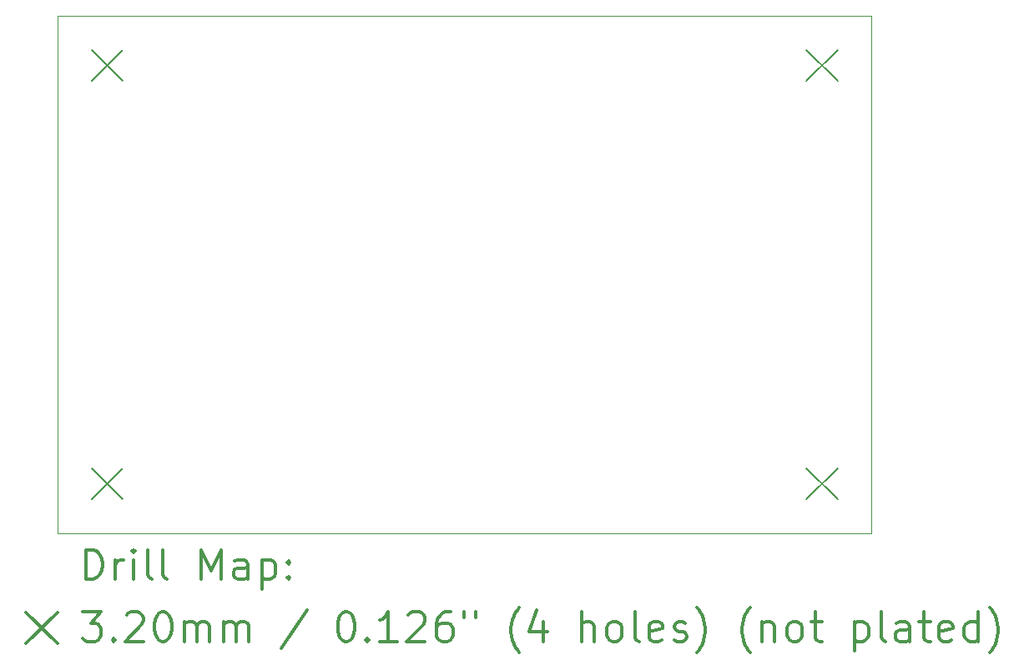
<source format=gbr>
%FSLAX45Y45*%
G04 Gerber Fmt 4.5, Leading zero omitted, Abs format (unit mm)*
G04 Created by KiCad (PCBNEW (5.1.0)-1) date 2019-06-07 15:43:25*
%MOMM*%
%LPD*%
G04 APERTURE LIST*
%ADD10C,0.100000*%
%ADD11C,0.200000*%
%ADD12C,0.300000*%
G04 APERTURE END LIST*
D10*
X9400000Y-10350000D02*
X17650000Y-10350000D01*
X9400000Y-5100000D02*
X9400000Y-10350000D01*
X17650000Y-5100000D02*
X9400000Y-5100000D01*
X17650000Y-10350000D02*
X17650000Y-5100000D01*
D11*
X9740000Y-9690000D02*
X10060000Y-10010000D01*
X10060000Y-9690000D02*
X9740000Y-10010000D01*
X9740000Y-5440000D02*
X10060000Y-5760000D01*
X10060000Y-5440000D02*
X9740000Y-5760000D01*
X16990000Y-5440000D02*
X17310000Y-5760000D01*
X17310000Y-5440000D02*
X16990000Y-5760000D01*
X16990000Y-9690000D02*
X17310000Y-10010000D01*
X17310000Y-9690000D02*
X16990000Y-10010000D01*
D12*
X9681428Y-10820714D02*
X9681428Y-10520714D01*
X9752857Y-10520714D01*
X9795714Y-10535000D01*
X9824286Y-10563572D01*
X9838571Y-10592143D01*
X9852857Y-10649286D01*
X9852857Y-10692143D01*
X9838571Y-10749286D01*
X9824286Y-10777857D01*
X9795714Y-10806429D01*
X9752857Y-10820714D01*
X9681428Y-10820714D01*
X9981428Y-10820714D02*
X9981428Y-10620714D01*
X9981428Y-10677857D02*
X9995714Y-10649286D01*
X10010000Y-10635000D01*
X10038571Y-10620714D01*
X10067143Y-10620714D01*
X10167143Y-10820714D02*
X10167143Y-10620714D01*
X10167143Y-10520714D02*
X10152857Y-10535000D01*
X10167143Y-10549286D01*
X10181428Y-10535000D01*
X10167143Y-10520714D01*
X10167143Y-10549286D01*
X10352857Y-10820714D02*
X10324286Y-10806429D01*
X10310000Y-10777857D01*
X10310000Y-10520714D01*
X10510000Y-10820714D02*
X10481428Y-10806429D01*
X10467143Y-10777857D01*
X10467143Y-10520714D01*
X10852857Y-10820714D02*
X10852857Y-10520714D01*
X10952857Y-10735000D01*
X11052857Y-10520714D01*
X11052857Y-10820714D01*
X11324286Y-10820714D02*
X11324286Y-10663572D01*
X11310000Y-10635000D01*
X11281428Y-10620714D01*
X11224286Y-10620714D01*
X11195714Y-10635000D01*
X11324286Y-10806429D02*
X11295714Y-10820714D01*
X11224286Y-10820714D01*
X11195714Y-10806429D01*
X11181428Y-10777857D01*
X11181428Y-10749286D01*
X11195714Y-10720714D01*
X11224286Y-10706429D01*
X11295714Y-10706429D01*
X11324286Y-10692143D01*
X11467143Y-10620714D02*
X11467143Y-10920714D01*
X11467143Y-10635000D02*
X11495714Y-10620714D01*
X11552857Y-10620714D01*
X11581428Y-10635000D01*
X11595714Y-10649286D01*
X11610000Y-10677857D01*
X11610000Y-10763572D01*
X11595714Y-10792143D01*
X11581428Y-10806429D01*
X11552857Y-10820714D01*
X11495714Y-10820714D01*
X11467143Y-10806429D01*
X11738571Y-10792143D02*
X11752857Y-10806429D01*
X11738571Y-10820714D01*
X11724286Y-10806429D01*
X11738571Y-10792143D01*
X11738571Y-10820714D01*
X11738571Y-10635000D02*
X11752857Y-10649286D01*
X11738571Y-10663572D01*
X11724286Y-10649286D01*
X11738571Y-10635000D01*
X11738571Y-10663572D01*
X9075000Y-11155000D02*
X9395000Y-11475000D01*
X9395000Y-11155000D02*
X9075000Y-11475000D01*
X9652857Y-11150714D02*
X9838571Y-11150714D01*
X9738571Y-11265000D01*
X9781428Y-11265000D01*
X9810000Y-11279286D01*
X9824286Y-11293571D01*
X9838571Y-11322143D01*
X9838571Y-11393571D01*
X9824286Y-11422143D01*
X9810000Y-11436429D01*
X9781428Y-11450714D01*
X9695714Y-11450714D01*
X9667143Y-11436429D01*
X9652857Y-11422143D01*
X9967143Y-11422143D02*
X9981428Y-11436429D01*
X9967143Y-11450714D01*
X9952857Y-11436429D01*
X9967143Y-11422143D01*
X9967143Y-11450714D01*
X10095714Y-11179286D02*
X10110000Y-11165000D01*
X10138571Y-11150714D01*
X10210000Y-11150714D01*
X10238571Y-11165000D01*
X10252857Y-11179286D01*
X10267143Y-11207857D01*
X10267143Y-11236429D01*
X10252857Y-11279286D01*
X10081428Y-11450714D01*
X10267143Y-11450714D01*
X10452857Y-11150714D02*
X10481428Y-11150714D01*
X10510000Y-11165000D01*
X10524286Y-11179286D01*
X10538571Y-11207857D01*
X10552857Y-11265000D01*
X10552857Y-11336429D01*
X10538571Y-11393571D01*
X10524286Y-11422143D01*
X10510000Y-11436429D01*
X10481428Y-11450714D01*
X10452857Y-11450714D01*
X10424286Y-11436429D01*
X10410000Y-11422143D01*
X10395714Y-11393571D01*
X10381428Y-11336429D01*
X10381428Y-11265000D01*
X10395714Y-11207857D01*
X10410000Y-11179286D01*
X10424286Y-11165000D01*
X10452857Y-11150714D01*
X10681428Y-11450714D02*
X10681428Y-11250714D01*
X10681428Y-11279286D02*
X10695714Y-11265000D01*
X10724286Y-11250714D01*
X10767143Y-11250714D01*
X10795714Y-11265000D01*
X10810000Y-11293571D01*
X10810000Y-11450714D01*
X10810000Y-11293571D02*
X10824286Y-11265000D01*
X10852857Y-11250714D01*
X10895714Y-11250714D01*
X10924286Y-11265000D01*
X10938571Y-11293571D01*
X10938571Y-11450714D01*
X11081428Y-11450714D02*
X11081428Y-11250714D01*
X11081428Y-11279286D02*
X11095714Y-11265000D01*
X11124286Y-11250714D01*
X11167143Y-11250714D01*
X11195714Y-11265000D01*
X11210000Y-11293571D01*
X11210000Y-11450714D01*
X11210000Y-11293571D02*
X11224286Y-11265000D01*
X11252857Y-11250714D01*
X11295714Y-11250714D01*
X11324286Y-11265000D01*
X11338571Y-11293571D01*
X11338571Y-11450714D01*
X11924286Y-11136429D02*
X11667143Y-11522143D01*
X12310000Y-11150714D02*
X12338571Y-11150714D01*
X12367143Y-11165000D01*
X12381428Y-11179286D01*
X12395714Y-11207857D01*
X12410000Y-11265000D01*
X12410000Y-11336429D01*
X12395714Y-11393571D01*
X12381428Y-11422143D01*
X12367143Y-11436429D01*
X12338571Y-11450714D01*
X12310000Y-11450714D01*
X12281428Y-11436429D01*
X12267143Y-11422143D01*
X12252857Y-11393571D01*
X12238571Y-11336429D01*
X12238571Y-11265000D01*
X12252857Y-11207857D01*
X12267143Y-11179286D01*
X12281428Y-11165000D01*
X12310000Y-11150714D01*
X12538571Y-11422143D02*
X12552857Y-11436429D01*
X12538571Y-11450714D01*
X12524286Y-11436429D01*
X12538571Y-11422143D01*
X12538571Y-11450714D01*
X12838571Y-11450714D02*
X12667143Y-11450714D01*
X12752857Y-11450714D02*
X12752857Y-11150714D01*
X12724286Y-11193571D01*
X12695714Y-11222143D01*
X12667143Y-11236429D01*
X12952857Y-11179286D02*
X12967143Y-11165000D01*
X12995714Y-11150714D01*
X13067143Y-11150714D01*
X13095714Y-11165000D01*
X13110000Y-11179286D01*
X13124286Y-11207857D01*
X13124286Y-11236429D01*
X13110000Y-11279286D01*
X12938571Y-11450714D01*
X13124286Y-11450714D01*
X13381428Y-11150714D02*
X13324286Y-11150714D01*
X13295714Y-11165000D01*
X13281428Y-11179286D01*
X13252857Y-11222143D01*
X13238571Y-11279286D01*
X13238571Y-11393571D01*
X13252857Y-11422143D01*
X13267143Y-11436429D01*
X13295714Y-11450714D01*
X13352857Y-11450714D01*
X13381428Y-11436429D01*
X13395714Y-11422143D01*
X13410000Y-11393571D01*
X13410000Y-11322143D01*
X13395714Y-11293571D01*
X13381428Y-11279286D01*
X13352857Y-11265000D01*
X13295714Y-11265000D01*
X13267143Y-11279286D01*
X13252857Y-11293571D01*
X13238571Y-11322143D01*
X13524286Y-11150714D02*
X13524286Y-11207857D01*
X13638571Y-11150714D02*
X13638571Y-11207857D01*
X14081428Y-11565000D02*
X14067143Y-11550714D01*
X14038571Y-11507857D01*
X14024286Y-11479286D01*
X14010000Y-11436429D01*
X13995714Y-11365000D01*
X13995714Y-11307857D01*
X14010000Y-11236429D01*
X14024286Y-11193571D01*
X14038571Y-11165000D01*
X14067143Y-11122143D01*
X14081428Y-11107857D01*
X14324286Y-11250714D02*
X14324286Y-11450714D01*
X14252857Y-11136429D02*
X14181428Y-11350714D01*
X14367143Y-11350714D01*
X14710000Y-11450714D02*
X14710000Y-11150714D01*
X14838571Y-11450714D02*
X14838571Y-11293571D01*
X14824286Y-11265000D01*
X14795714Y-11250714D01*
X14752857Y-11250714D01*
X14724286Y-11265000D01*
X14710000Y-11279286D01*
X15024286Y-11450714D02*
X14995714Y-11436429D01*
X14981428Y-11422143D01*
X14967143Y-11393571D01*
X14967143Y-11307857D01*
X14981428Y-11279286D01*
X14995714Y-11265000D01*
X15024286Y-11250714D01*
X15067143Y-11250714D01*
X15095714Y-11265000D01*
X15110000Y-11279286D01*
X15124286Y-11307857D01*
X15124286Y-11393571D01*
X15110000Y-11422143D01*
X15095714Y-11436429D01*
X15067143Y-11450714D01*
X15024286Y-11450714D01*
X15295714Y-11450714D02*
X15267143Y-11436429D01*
X15252857Y-11407857D01*
X15252857Y-11150714D01*
X15524286Y-11436429D02*
X15495714Y-11450714D01*
X15438571Y-11450714D01*
X15410000Y-11436429D01*
X15395714Y-11407857D01*
X15395714Y-11293571D01*
X15410000Y-11265000D01*
X15438571Y-11250714D01*
X15495714Y-11250714D01*
X15524286Y-11265000D01*
X15538571Y-11293571D01*
X15538571Y-11322143D01*
X15395714Y-11350714D01*
X15652857Y-11436429D02*
X15681428Y-11450714D01*
X15738571Y-11450714D01*
X15767143Y-11436429D01*
X15781428Y-11407857D01*
X15781428Y-11393571D01*
X15767143Y-11365000D01*
X15738571Y-11350714D01*
X15695714Y-11350714D01*
X15667143Y-11336429D01*
X15652857Y-11307857D01*
X15652857Y-11293571D01*
X15667143Y-11265000D01*
X15695714Y-11250714D01*
X15738571Y-11250714D01*
X15767143Y-11265000D01*
X15881428Y-11565000D02*
X15895714Y-11550714D01*
X15924286Y-11507857D01*
X15938571Y-11479286D01*
X15952857Y-11436429D01*
X15967143Y-11365000D01*
X15967143Y-11307857D01*
X15952857Y-11236429D01*
X15938571Y-11193571D01*
X15924286Y-11165000D01*
X15895714Y-11122143D01*
X15881428Y-11107857D01*
X16424286Y-11565000D02*
X16410000Y-11550714D01*
X16381428Y-11507857D01*
X16367143Y-11479286D01*
X16352857Y-11436429D01*
X16338571Y-11365000D01*
X16338571Y-11307857D01*
X16352857Y-11236429D01*
X16367143Y-11193571D01*
X16381428Y-11165000D01*
X16410000Y-11122143D01*
X16424286Y-11107857D01*
X16538571Y-11250714D02*
X16538571Y-11450714D01*
X16538571Y-11279286D02*
X16552857Y-11265000D01*
X16581428Y-11250714D01*
X16624286Y-11250714D01*
X16652857Y-11265000D01*
X16667143Y-11293571D01*
X16667143Y-11450714D01*
X16852857Y-11450714D02*
X16824286Y-11436429D01*
X16810000Y-11422143D01*
X16795714Y-11393571D01*
X16795714Y-11307857D01*
X16810000Y-11279286D01*
X16824286Y-11265000D01*
X16852857Y-11250714D01*
X16895714Y-11250714D01*
X16924286Y-11265000D01*
X16938571Y-11279286D01*
X16952857Y-11307857D01*
X16952857Y-11393571D01*
X16938571Y-11422143D01*
X16924286Y-11436429D01*
X16895714Y-11450714D01*
X16852857Y-11450714D01*
X17038571Y-11250714D02*
X17152857Y-11250714D01*
X17081428Y-11150714D02*
X17081428Y-11407857D01*
X17095714Y-11436429D01*
X17124286Y-11450714D01*
X17152857Y-11450714D01*
X17481428Y-11250714D02*
X17481428Y-11550714D01*
X17481428Y-11265000D02*
X17510000Y-11250714D01*
X17567143Y-11250714D01*
X17595714Y-11265000D01*
X17610000Y-11279286D01*
X17624286Y-11307857D01*
X17624286Y-11393571D01*
X17610000Y-11422143D01*
X17595714Y-11436429D01*
X17567143Y-11450714D01*
X17510000Y-11450714D01*
X17481428Y-11436429D01*
X17795714Y-11450714D02*
X17767143Y-11436429D01*
X17752857Y-11407857D01*
X17752857Y-11150714D01*
X18038571Y-11450714D02*
X18038571Y-11293571D01*
X18024286Y-11265000D01*
X17995714Y-11250714D01*
X17938571Y-11250714D01*
X17910000Y-11265000D01*
X18038571Y-11436429D02*
X18010000Y-11450714D01*
X17938571Y-11450714D01*
X17910000Y-11436429D01*
X17895714Y-11407857D01*
X17895714Y-11379286D01*
X17910000Y-11350714D01*
X17938571Y-11336429D01*
X18010000Y-11336429D01*
X18038571Y-11322143D01*
X18138571Y-11250714D02*
X18252857Y-11250714D01*
X18181428Y-11150714D02*
X18181428Y-11407857D01*
X18195714Y-11436429D01*
X18224286Y-11450714D01*
X18252857Y-11450714D01*
X18467143Y-11436429D02*
X18438571Y-11450714D01*
X18381428Y-11450714D01*
X18352857Y-11436429D01*
X18338571Y-11407857D01*
X18338571Y-11293571D01*
X18352857Y-11265000D01*
X18381428Y-11250714D01*
X18438571Y-11250714D01*
X18467143Y-11265000D01*
X18481428Y-11293571D01*
X18481428Y-11322143D01*
X18338571Y-11350714D01*
X18738571Y-11450714D02*
X18738571Y-11150714D01*
X18738571Y-11436429D02*
X18710000Y-11450714D01*
X18652857Y-11450714D01*
X18624286Y-11436429D01*
X18610000Y-11422143D01*
X18595714Y-11393571D01*
X18595714Y-11307857D01*
X18610000Y-11279286D01*
X18624286Y-11265000D01*
X18652857Y-11250714D01*
X18710000Y-11250714D01*
X18738571Y-11265000D01*
X18852857Y-11565000D02*
X18867143Y-11550714D01*
X18895714Y-11507857D01*
X18910000Y-11479286D01*
X18924286Y-11436429D01*
X18938571Y-11365000D01*
X18938571Y-11307857D01*
X18924286Y-11236429D01*
X18910000Y-11193571D01*
X18895714Y-11165000D01*
X18867143Y-11122143D01*
X18852857Y-11107857D01*
M02*

</source>
